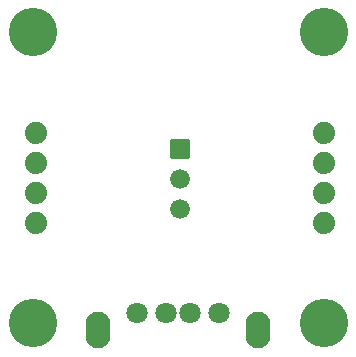
<source format=gbs>
G04 Layer: BottomSolderMaskLayer*
G04 EasyEDA v6.5.22, 2023-02-04 00:38:19*
G04 1b58cd9aca174a3e8f89bbe905d80933,4bb84c5f6c124816bf94f4484d05adb3,10*
G04 Gerber Generator version 0.2*
G04 Scale: 100 percent, Rotated: No, Reflected: No *
G04 Dimensions in millimeters *
G04 leading zeros omitted , absolute positions ,4 integer and 5 decimal *
%FSLAX45Y45*%
%MOMM*%

%AMMACRO1*1,1,$1,$2,$3*1,1,$1,$4,$5*1,1,$1,0-$2,0-$3*1,1,$1,0-$4,0-$5*20,1,$1,$2,$3,$4,$5,0*20,1,$1,$4,$5,0-$2,0-$3,0*20,1,$1,0-$2,0-$3,0-$4,0-$5,0*20,1,$1,0-$4,0-$5,$2,$3,0*4,1,4,$2,$3,$4,$5,0-$2,0-$3,0-$4,0-$5,$2,$3,0*%
%ADD10O,2.101596X3.1015939999999995*%
%ADD11C,1.8016*%
%ADD12C,1.6764*%
%ADD13MACRO1,0.1016X0.7874X0.7874X0.7874X-0.7874*%
%ADD14C,1.8796*%
%ADD15C,4.1016*%

%LPD*%
D10*
G01*
X2872104Y6010782D03*
G01*
X1522095Y6010782D03*
D11*
G01*
X1844598Y6155791D03*
G01*
X2094611Y6155791D03*
G01*
X2294610Y6155791D03*
G01*
X2544622Y6155791D03*
D12*
G01*
X2209800Y7035800D03*
G01*
X2209800Y7289800D03*
D13*
G01*
X2209800Y7543800D03*
D14*
G01*
X3429000Y7683500D03*
G01*
X3429000Y7429500D03*
G01*
X3429000Y7175500D03*
G01*
X3429000Y6921500D03*
G01*
X990600Y7683500D03*
G01*
X990600Y7429500D03*
G01*
X990600Y7175500D03*
G01*
X990600Y6921500D03*
D15*
G01*
X965200Y6070600D03*
G01*
X3429000Y6070600D03*
G01*
X965200Y8534400D03*
G01*
X3429000Y8534400D03*
M02*

</source>
